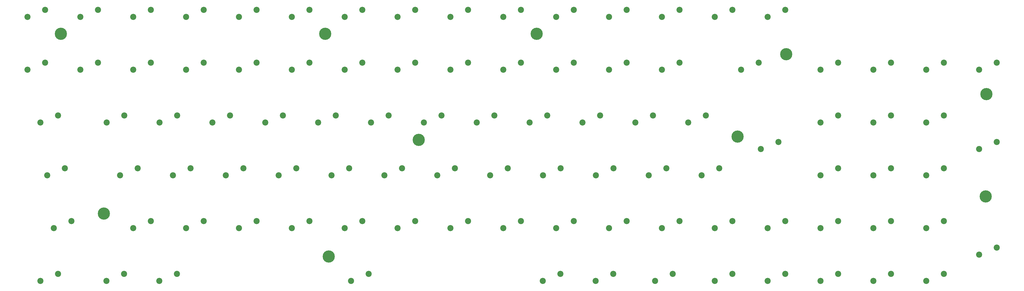
<source format=gbr>
G04 #@! TF.GenerationSoftware,KiCad,Pcbnew,(5.1.4)-1*
G04 #@! TF.CreationDate,2023-02-15T19:59:47+01:00*
G04 #@! TF.ProjectId,plate,706c6174-652e-46b6-9963-61645f706362,1.0*
G04 #@! TF.SameCoordinates,Original*
G04 #@! TF.FileFunction,Copper,L1,Top*
G04 #@! TF.FilePolarity,Positive*
%FSLAX46Y46*%
G04 Gerber Fmt 4.6, Leading zero omitted, Abs format (unit mm)*
G04 Created by KiCad (PCBNEW (5.1.4)-1) date 2023-02-15 19:59:47*
%MOMM*%
%LPD*%
G04 APERTURE LIST*
%ADD10C,4.400000*%
%ADD11C,0.700000*%
%ADD12C,2.200000*%
G04 APERTURE END LIST*
D10*
X141034000Y-145669000D03*
D11*
X142684000Y-145669000D03*
X142200726Y-146835726D03*
X141034000Y-147319000D03*
X139867274Y-146835726D03*
X139384000Y-145669000D03*
X139867274Y-144502274D03*
X141034000Y-144019000D03*
X142200726Y-144502274D03*
D10*
X217234000Y-145669000D03*
D11*
X218884000Y-145669000D03*
X218400726Y-146835726D03*
X217234000Y-147319000D03*
X216067274Y-146835726D03*
X215584000Y-145669000D03*
X216067274Y-144502274D03*
X217234000Y-144019000D03*
X218400726Y-144502274D03*
D10*
X45783500Y-145669000D03*
D11*
X47433500Y-145669000D03*
X46950226Y-146835726D03*
X45783500Y-147319000D03*
X44616774Y-146835726D03*
X44133500Y-145669000D03*
X44616774Y-144502274D03*
X45783500Y-144019000D03*
X46950226Y-144502274D03*
D12*
X263970000Y-194183000D03*
X257620000Y-196723000D03*
X230568000Y-156083000D03*
X224218000Y-158623000D03*
X40068500Y-156083000D03*
X33718500Y-158623000D03*
X325818000Y-156083000D03*
X319468000Y-158623000D03*
D10*
X307150000Y-153035000D03*
D11*
X308800000Y-153035000D03*
X308316726Y-154201726D03*
X307150000Y-154685000D03*
X305983274Y-154201726D03*
X305500000Y-153035000D03*
X305983274Y-151868274D03*
X307150000Y-151385000D03*
X308316726Y-151868274D03*
D12*
X225870000Y-194183000D03*
X219520000Y-196723000D03*
X187770000Y-194183000D03*
X181420000Y-196723000D03*
X376618000Y-225298000D03*
X382968000Y-222758000D03*
X382968000Y-184658000D03*
X376618000Y-187198000D03*
D11*
X62444226Y-209335274D03*
X61277500Y-208852000D03*
X60110774Y-209335274D03*
X59627500Y-210502000D03*
X60110774Y-211668726D03*
X61277500Y-212152000D03*
X62444226Y-211668726D03*
X62927500Y-210502000D03*
D10*
X61277500Y-210502000D03*
D12*
X221044000Y-175133000D03*
X214694000Y-177673000D03*
X325818000Y-175133000D03*
X319468000Y-177673000D03*
X363918000Y-175133000D03*
X357568000Y-177673000D03*
X73469500Y-194183000D03*
X67119500Y-196723000D03*
X201994000Y-175133000D03*
X195644000Y-177673000D03*
X240094000Y-175133000D03*
X233744000Y-177673000D03*
X344868000Y-175133000D03*
X338518000Y-177673000D03*
X111570000Y-194183000D03*
X105220000Y-196723000D03*
X130620000Y-194183000D03*
X124270000Y-196723000D03*
X92519500Y-194183000D03*
X86169500Y-196723000D03*
X168720000Y-194183000D03*
X162370000Y-196723000D03*
X149670000Y-194183000D03*
X143320000Y-196723000D03*
X182944000Y-175133000D03*
X176594000Y-177673000D03*
X163894000Y-175133000D03*
X157544000Y-177673000D03*
X259144000Y-175133000D03*
X252794000Y-177673000D03*
X144844000Y-175133000D03*
X138494000Y-177673000D03*
X278194000Y-175133000D03*
X271844000Y-177673000D03*
X135318000Y-213233000D03*
X128968000Y-215773000D03*
X154368000Y-213233000D03*
X148018000Y-215773000D03*
X211518000Y-213233000D03*
X205168000Y-215773000D03*
X173418000Y-213233000D03*
X167068000Y-215773000D03*
X192468000Y-213233000D03*
X186118000Y-215773000D03*
X230568000Y-213233000D03*
X224218000Y-215773000D03*
X249618000Y-213233000D03*
X243268000Y-215773000D03*
X363918000Y-194183000D03*
X357568000Y-196723000D03*
X344868000Y-194183000D03*
X338518000Y-196723000D03*
X325818000Y-194183000D03*
X319468000Y-196723000D03*
X283020000Y-194183000D03*
X276670000Y-196723000D03*
X116268000Y-213233000D03*
X109918000Y-215773000D03*
X206820000Y-194183000D03*
X200470000Y-196723000D03*
X78168500Y-213233000D03*
X71818500Y-215773000D03*
X244920000Y-194183000D03*
X238570000Y-196723000D03*
X97218500Y-213233000D03*
X90868500Y-215773000D03*
X344868000Y-156083000D03*
X338518000Y-158623000D03*
X363918000Y-156083000D03*
X357568000Y-158623000D03*
X382968000Y-156083000D03*
X376618000Y-158623000D03*
X135318000Y-156083000D03*
X128968000Y-158623000D03*
X68643500Y-175133000D03*
X62293500Y-177673000D03*
X116268000Y-156083000D03*
X109918000Y-158623000D03*
X87693500Y-175133000D03*
X81343500Y-177673000D03*
X106744000Y-175133000D03*
X100394000Y-177673000D03*
X125794000Y-175133000D03*
X119444000Y-177673000D03*
X192468000Y-156083000D03*
X186118000Y-158623000D03*
X211518000Y-156083000D03*
X205168000Y-158623000D03*
X173418000Y-156083000D03*
X167068000Y-158623000D03*
X97218500Y-156083000D03*
X90868500Y-158623000D03*
X268668000Y-156083000D03*
X262318000Y-158623000D03*
X249618000Y-156083000D03*
X243268000Y-158623000D03*
X154368000Y-156083000D03*
X148018000Y-158623000D03*
X344868000Y-232283000D03*
X338518000Y-234823000D03*
X325818000Y-232283000D03*
X319468000Y-234823000D03*
X363918000Y-213233000D03*
X357568000Y-215773000D03*
X344868000Y-213233000D03*
X338518000Y-215773000D03*
X68516500Y-232283000D03*
X62166500Y-234823000D03*
X287718000Y-232283000D03*
X281368000Y-234823000D03*
X87566500Y-232283000D03*
X81216500Y-234823000D03*
X268668000Y-213233000D03*
X262318000Y-215773000D03*
X225742000Y-232283000D03*
X219392000Y-234823000D03*
X306768000Y-213233000D03*
X300418000Y-215773000D03*
X306768000Y-232283000D03*
X300418000Y-234823000D03*
X287718000Y-213233000D03*
X281368000Y-215773000D03*
X244792000Y-232283000D03*
X238442000Y-234823000D03*
X325818000Y-213233000D03*
X319468000Y-215773000D03*
X44767500Y-175133000D03*
X38417500Y-177673000D03*
X38417500Y-234823000D03*
X44767500Y-232283000D03*
D10*
X289624000Y-182753000D03*
D11*
X291274000Y-182753000D03*
X290790726Y-183919726D03*
X289624000Y-184403000D03*
X288457274Y-183919726D03*
X287974000Y-182753000D03*
X288457274Y-181586274D03*
X289624000Y-181103000D03*
X290790726Y-181586274D03*
D10*
X379222000Y-167386000D03*
D11*
X380872000Y-167386000D03*
X380388726Y-168552726D03*
X379222000Y-169036000D03*
X378055274Y-168552726D03*
X377572000Y-167386000D03*
X378055274Y-166219274D03*
X379222000Y-165736000D03*
X380388726Y-166219274D03*
D10*
X142303500Y-225996500D03*
D11*
X143953500Y-225996500D03*
X143470226Y-227163226D03*
X142303500Y-227646500D03*
X141136774Y-227163226D03*
X140653500Y-225996500D03*
X141136774Y-224829774D03*
X142303500Y-224346500D03*
X143470226Y-224829774D03*
D10*
X379031500Y-204343000D03*
D11*
X380681500Y-204343000D03*
X380198226Y-205509726D03*
X379031500Y-205993000D03*
X377864774Y-205509726D03*
X377381500Y-204343000D03*
X377864774Y-203176274D03*
X379031500Y-202693000D03*
X380198226Y-203176274D03*
D12*
X297244000Y-156083000D03*
X290894000Y-158623000D03*
X43243500Y-215773000D03*
X49593500Y-213233000D03*
D10*
X174688500Y-183896000D03*
D11*
X176338500Y-183896000D03*
X175855226Y-185062726D03*
X174688500Y-185546000D03*
X173521774Y-185062726D03*
X173038500Y-183896000D03*
X173521774Y-182729274D03*
X174688500Y-182246000D03*
X175855226Y-182729274D03*
D12*
X298006000Y-187198000D03*
X304356000Y-184658000D03*
X40830500Y-196723000D03*
X47180500Y-194183000D03*
X150304000Y-234823000D03*
X156654000Y-232283000D03*
X259906000Y-234823000D03*
X266256000Y-232283000D03*
X78168500Y-156083000D03*
X71818500Y-158623000D03*
X59118500Y-156083000D03*
X52768500Y-158623000D03*
X363918000Y-232283000D03*
X357568000Y-234823000D03*
X230568000Y-137033000D03*
X224218000Y-139573000D03*
X192468000Y-137033000D03*
X186118000Y-139573000D03*
X306768000Y-137033000D03*
X300418000Y-139573000D03*
X135318000Y-137033000D03*
X128968000Y-139573000D03*
X78168500Y-137033000D03*
X71818500Y-139573000D03*
X249618000Y-137033000D03*
X243268000Y-139573000D03*
X154368000Y-137033000D03*
X148018000Y-139573000D03*
X116268000Y-137033000D03*
X109918000Y-139573000D03*
X173418000Y-137033000D03*
X167068000Y-139573000D03*
X268668000Y-137033000D03*
X262318000Y-139573000D03*
X287718000Y-137033000D03*
X281368000Y-139573000D03*
X97218500Y-137033000D03*
X90868500Y-139573000D03*
X211518000Y-137033000D03*
X205168000Y-139573000D03*
X59118500Y-137033000D03*
X52768500Y-139573000D03*
X40068500Y-137033000D03*
X33718500Y-139573000D03*
M02*

</source>
